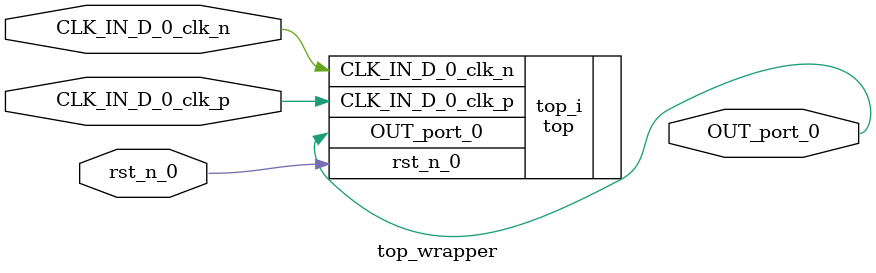
<source format=v>
`timescale 1 ps / 1 ps

module top_wrapper
   (CLK_IN_D_0_clk_n,
    CLK_IN_D_0_clk_p,
    OUT_port_0,
    rst_n_0);
  input [0:0]CLK_IN_D_0_clk_n;
  input [0:0]CLK_IN_D_0_clk_p;
  output OUT_port_0;
  input rst_n_0;

  wire [0:0]CLK_IN_D_0_clk_n;
  wire [0:0]CLK_IN_D_0_clk_p;
  wire OUT_port_0;
  wire rst_n_0;

  top top_i
       (.CLK_IN_D_0_clk_n(CLK_IN_D_0_clk_n),
        .CLK_IN_D_0_clk_p(CLK_IN_D_0_clk_p),
        .OUT_port_0(OUT_port_0),
        .rst_n_0(rst_n_0));
endmodule

</source>
